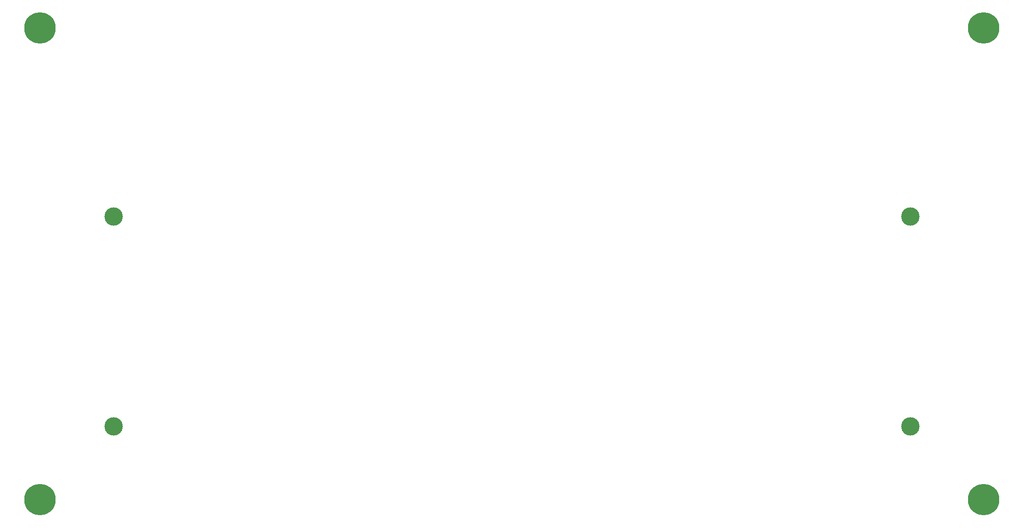
<source format=gbr>
%TF.GenerationSoftware,KiCad,Pcbnew,8.0.6*%
%TF.CreationDate,2025-01-17T17:33:12+00:00*%
%TF.ProjectId,bottom,626f7474-6f6d-42e6-9b69-6361645f7063,rev?*%
%TF.SameCoordinates,Original*%
%TF.FileFunction,Soldermask,Top*%
%TF.FilePolarity,Negative*%
%FSLAX46Y46*%
G04 Gerber Fmt 4.6, Leading zero omitted, Abs format (unit mm)*
G04 Created by KiCad (PCBNEW 8.0.6) date 2025-01-17 17:33:12*
%MOMM*%
%LPD*%
G01*
G04 APERTURE LIST*
%ADD10C,6.000000*%
%ADD11C,3.500000*%
G04 APERTURE END LIST*
D10*
%TO.C,H2*%
X74500000Y-121200000D03*
%TD*%
D11*
%TO.C,H6*%
X88500000Y-197200000D03*
%TD*%
%TO.C,H7*%
X88500000Y-157200000D03*
%TD*%
D10*
%TO.C,H1*%
X74500000Y-211200000D03*
%TD*%
%TO.C,H4*%
X254500000Y-211200000D03*
%TD*%
D11*
%TO.C,H5*%
X240500000Y-197200000D03*
%TD*%
%TO.C,H8*%
X240500000Y-157200000D03*
%TD*%
D10*
%TO.C,H3*%
X254500000Y-121200000D03*
%TD*%
M02*

</source>
